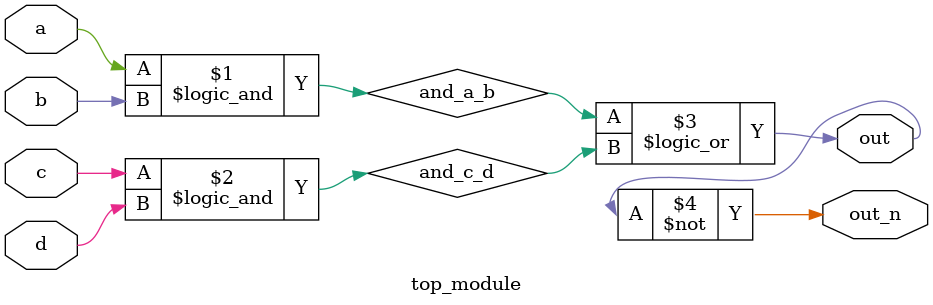
<source format=v>
`default_nettype none
module top_module(
    input a,
    input b,
    input c,
    input d,
    output out,
    output out_n   ); 
    
    wire and_a_b;
    wire and_c_d;

    
    assign and_a_b = a&&b;
    assign and_c_d = c&&d;
    
    

    assign out = and_a_b || and_c_d;
  
    assign out_n = ~out;
    

endmodule

</source>
